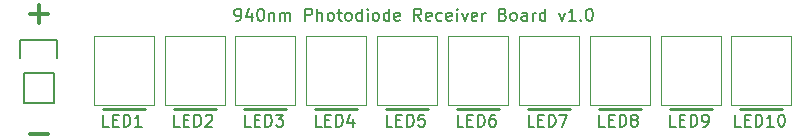
<source format=gto>
%TF.GenerationSoftware,KiCad,Pcbnew,4.0.5-e0-6337~49~ubuntu16.04.1*%
%TF.CreationDate,2017-08-14T14:23:48-07:00*%
%TF.ProjectId,mcphail-photodiode-detector-board,6D63706861696C2D70686F746F64696F,1.0*%
%TF.FileFunction,Legend,Top*%
%FSLAX46Y46*%
G04 Gerber Fmt 4.6, Leading zero omitted, Abs format (unit mm)*
G04 Created by KiCad (PCBNEW 4.0.5-e0-6337~49~ubuntu16.04.1) date Mon Aug 14 14:23:48 2017*
%MOMM*%
%LPD*%
G01*
G04 APERTURE LIST*
%ADD10C,0.350000*%
%ADD11C,0.152400*%
%ADD12C,0.300000*%
%ADD13C,0.150000*%
%ADD14C,0.049784*%
%ADD15C,0.250000*%
%ADD16R,2.184400X2.184400*%
%ADD17O,2.184400X2.184400*%
%ADD18R,4.702400X0.902400*%
G04 APERTURE END LIST*
D10*
D11*
X55388935Y-92788619D02*
X55582459Y-92788619D01*
X55679220Y-92740238D01*
X55727601Y-92691857D01*
X55824363Y-92546714D01*
X55872744Y-92353190D01*
X55872744Y-91966143D01*
X55824363Y-91869381D01*
X55775982Y-91821000D01*
X55679220Y-91772619D01*
X55485697Y-91772619D01*
X55388935Y-91821000D01*
X55340554Y-91869381D01*
X55292173Y-91966143D01*
X55292173Y-92208048D01*
X55340554Y-92304810D01*
X55388935Y-92353190D01*
X55485697Y-92401571D01*
X55679220Y-92401571D01*
X55775982Y-92353190D01*
X55824363Y-92304810D01*
X55872744Y-92208048D01*
X56743601Y-92111286D02*
X56743601Y-92788619D01*
X56501697Y-91724238D02*
X56259792Y-92449952D01*
X56888744Y-92449952D01*
X57469316Y-91772619D02*
X57566077Y-91772619D01*
X57662839Y-91821000D01*
X57711220Y-91869381D01*
X57759601Y-91966143D01*
X57807982Y-92159667D01*
X57807982Y-92401571D01*
X57759601Y-92595095D01*
X57711220Y-92691857D01*
X57662839Y-92740238D01*
X57566077Y-92788619D01*
X57469316Y-92788619D01*
X57372554Y-92740238D01*
X57324173Y-92691857D01*
X57275792Y-92595095D01*
X57227411Y-92401571D01*
X57227411Y-92159667D01*
X57275792Y-91966143D01*
X57324173Y-91869381D01*
X57372554Y-91821000D01*
X57469316Y-91772619D01*
X58243411Y-92111286D02*
X58243411Y-92788619D01*
X58243411Y-92208048D02*
X58291792Y-92159667D01*
X58388554Y-92111286D01*
X58533696Y-92111286D01*
X58630458Y-92159667D01*
X58678839Y-92256429D01*
X58678839Y-92788619D01*
X59162649Y-92788619D02*
X59162649Y-92111286D01*
X59162649Y-92208048D02*
X59211030Y-92159667D01*
X59307792Y-92111286D01*
X59452934Y-92111286D01*
X59549696Y-92159667D01*
X59598077Y-92256429D01*
X59598077Y-92788619D01*
X59598077Y-92256429D02*
X59646458Y-92159667D01*
X59743220Y-92111286D01*
X59888363Y-92111286D01*
X59985125Y-92159667D01*
X60033506Y-92256429D01*
X60033506Y-92788619D01*
X61291411Y-92788619D02*
X61291411Y-91772619D01*
X61678458Y-91772619D01*
X61775220Y-91821000D01*
X61823601Y-91869381D01*
X61871982Y-91966143D01*
X61871982Y-92111286D01*
X61823601Y-92208048D01*
X61775220Y-92256429D01*
X61678458Y-92304810D01*
X61291411Y-92304810D01*
X62307411Y-92788619D02*
X62307411Y-91772619D01*
X62742839Y-92788619D02*
X62742839Y-92256429D01*
X62694458Y-92159667D01*
X62597696Y-92111286D01*
X62452554Y-92111286D01*
X62355792Y-92159667D01*
X62307411Y-92208048D01*
X63371792Y-92788619D02*
X63275030Y-92740238D01*
X63226649Y-92691857D01*
X63178268Y-92595095D01*
X63178268Y-92304810D01*
X63226649Y-92208048D01*
X63275030Y-92159667D01*
X63371792Y-92111286D01*
X63516934Y-92111286D01*
X63613696Y-92159667D01*
X63662077Y-92208048D01*
X63710458Y-92304810D01*
X63710458Y-92595095D01*
X63662077Y-92691857D01*
X63613696Y-92740238D01*
X63516934Y-92788619D01*
X63371792Y-92788619D01*
X64000744Y-92111286D02*
X64387792Y-92111286D01*
X64145887Y-91772619D02*
X64145887Y-92643476D01*
X64194268Y-92740238D01*
X64291030Y-92788619D01*
X64387792Y-92788619D01*
X64871601Y-92788619D02*
X64774839Y-92740238D01*
X64726458Y-92691857D01*
X64678077Y-92595095D01*
X64678077Y-92304810D01*
X64726458Y-92208048D01*
X64774839Y-92159667D01*
X64871601Y-92111286D01*
X65016743Y-92111286D01*
X65113505Y-92159667D01*
X65161886Y-92208048D01*
X65210267Y-92304810D01*
X65210267Y-92595095D01*
X65161886Y-92691857D01*
X65113505Y-92740238D01*
X65016743Y-92788619D01*
X64871601Y-92788619D01*
X66081124Y-92788619D02*
X66081124Y-91772619D01*
X66081124Y-92740238D02*
X65984362Y-92788619D01*
X65790839Y-92788619D01*
X65694077Y-92740238D01*
X65645696Y-92691857D01*
X65597315Y-92595095D01*
X65597315Y-92304810D01*
X65645696Y-92208048D01*
X65694077Y-92159667D01*
X65790839Y-92111286D01*
X65984362Y-92111286D01*
X66081124Y-92159667D01*
X66564934Y-92788619D02*
X66564934Y-92111286D01*
X66564934Y-91772619D02*
X66516553Y-91821000D01*
X66564934Y-91869381D01*
X66613315Y-91821000D01*
X66564934Y-91772619D01*
X66564934Y-91869381D01*
X67193887Y-92788619D02*
X67097125Y-92740238D01*
X67048744Y-92691857D01*
X67000363Y-92595095D01*
X67000363Y-92304810D01*
X67048744Y-92208048D01*
X67097125Y-92159667D01*
X67193887Y-92111286D01*
X67339029Y-92111286D01*
X67435791Y-92159667D01*
X67484172Y-92208048D01*
X67532553Y-92304810D01*
X67532553Y-92595095D01*
X67484172Y-92691857D01*
X67435791Y-92740238D01*
X67339029Y-92788619D01*
X67193887Y-92788619D01*
X68403410Y-92788619D02*
X68403410Y-91772619D01*
X68403410Y-92740238D02*
X68306648Y-92788619D01*
X68113125Y-92788619D01*
X68016363Y-92740238D01*
X67967982Y-92691857D01*
X67919601Y-92595095D01*
X67919601Y-92304810D01*
X67967982Y-92208048D01*
X68016363Y-92159667D01*
X68113125Y-92111286D01*
X68306648Y-92111286D01*
X68403410Y-92159667D01*
X69274267Y-92740238D02*
X69177505Y-92788619D01*
X68983982Y-92788619D01*
X68887220Y-92740238D01*
X68838839Y-92643476D01*
X68838839Y-92256429D01*
X68887220Y-92159667D01*
X68983982Y-92111286D01*
X69177505Y-92111286D01*
X69274267Y-92159667D01*
X69322648Y-92256429D01*
X69322648Y-92353190D01*
X68838839Y-92449952D01*
X71112743Y-92788619D02*
X70774077Y-92304810D01*
X70532172Y-92788619D02*
X70532172Y-91772619D01*
X70919219Y-91772619D01*
X71015981Y-91821000D01*
X71064362Y-91869381D01*
X71112743Y-91966143D01*
X71112743Y-92111286D01*
X71064362Y-92208048D01*
X71015981Y-92256429D01*
X70919219Y-92304810D01*
X70532172Y-92304810D01*
X71935219Y-92740238D02*
X71838457Y-92788619D01*
X71644934Y-92788619D01*
X71548172Y-92740238D01*
X71499791Y-92643476D01*
X71499791Y-92256429D01*
X71548172Y-92159667D01*
X71644934Y-92111286D01*
X71838457Y-92111286D01*
X71935219Y-92159667D01*
X71983600Y-92256429D01*
X71983600Y-92353190D01*
X71499791Y-92449952D01*
X72854457Y-92740238D02*
X72757695Y-92788619D01*
X72564172Y-92788619D01*
X72467410Y-92740238D01*
X72419029Y-92691857D01*
X72370648Y-92595095D01*
X72370648Y-92304810D01*
X72419029Y-92208048D01*
X72467410Y-92159667D01*
X72564172Y-92111286D01*
X72757695Y-92111286D01*
X72854457Y-92159667D01*
X73676933Y-92740238D02*
X73580171Y-92788619D01*
X73386648Y-92788619D01*
X73289886Y-92740238D01*
X73241505Y-92643476D01*
X73241505Y-92256429D01*
X73289886Y-92159667D01*
X73386648Y-92111286D01*
X73580171Y-92111286D01*
X73676933Y-92159667D01*
X73725314Y-92256429D01*
X73725314Y-92353190D01*
X73241505Y-92449952D01*
X74160743Y-92788619D02*
X74160743Y-92111286D01*
X74160743Y-91772619D02*
X74112362Y-91821000D01*
X74160743Y-91869381D01*
X74209124Y-91821000D01*
X74160743Y-91772619D01*
X74160743Y-91869381D01*
X74547791Y-92111286D02*
X74789696Y-92788619D01*
X75031600Y-92111286D01*
X75805695Y-92740238D02*
X75708933Y-92788619D01*
X75515410Y-92788619D01*
X75418648Y-92740238D01*
X75370267Y-92643476D01*
X75370267Y-92256429D01*
X75418648Y-92159667D01*
X75515410Y-92111286D01*
X75708933Y-92111286D01*
X75805695Y-92159667D01*
X75854076Y-92256429D01*
X75854076Y-92353190D01*
X75370267Y-92449952D01*
X76289505Y-92788619D02*
X76289505Y-92111286D01*
X76289505Y-92304810D02*
X76337886Y-92208048D01*
X76386267Y-92159667D01*
X76483029Y-92111286D01*
X76579790Y-92111286D01*
X78031218Y-92256429D02*
X78176361Y-92304810D01*
X78224742Y-92353190D01*
X78273123Y-92449952D01*
X78273123Y-92595095D01*
X78224742Y-92691857D01*
X78176361Y-92740238D01*
X78079599Y-92788619D01*
X77692552Y-92788619D01*
X77692552Y-91772619D01*
X78031218Y-91772619D01*
X78127980Y-91821000D01*
X78176361Y-91869381D01*
X78224742Y-91966143D01*
X78224742Y-92062905D01*
X78176361Y-92159667D01*
X78127980Y-92208048D01*
X78031218Y-92256429D01*
X77692552Y-92256429D01*
X78853695Y-92788619D02*
X78756933Y-92740238D01*
X78708552Y-92691857D01*
X78660171Y-92595095D01*
X78660171Y-92304810D01*
X78708552Y-92208048D01*
X78756933Y-92159667D01*
X78853695Y-92111286D01*
X78998837Y-92111286D01*
X79095599Y-92159667D01*
X79143980Y-92208048D01*
X79192361Y-92304810D01*
X79192361Y-92595095D01*
X79143980Y-92691857D01*
X79095599Y-92740238D01*
X78998837Y-92788619D01*
X78853695Y-92788619D01*
X80063218Y-92788619D02*
X80063218Y-92256429D01*
X80014837Y-92159667D01*
X79918075Y-92111286D01*
X79724552Y-92111286D01*
X79627790Y-92159667D01*
X80063218Y-92740238D02*
X79966456Y-92788619D01*
X79724552Y-92788619D01*
X79627790Y-92740238D01*
X79579409Y-92643476D01*
X79579409Y-92546714D01*
X79627790Y-92449952D01*
X79724552Y-92401571D01*
X79966456Y-92401571D01*
X80063218Y-92353190D01*
X80547028Y-92788619D02*
X80547028Y-92111286D01*
X80547028Y-92304810D02*
X80595409Y-92208048D01*
X80643790Y-92159667D01*
X80740552Y-92111286D01*
X80837313Y-92111286D01*
X81611408Y-92788619D02*
X81611408Y-91772619D01*
X81611408Y-92740238D02*
X81514646Y-92788619D01*
X81321123Y-92788619D01*
X81224361Y-92740238D01*
X81175980Y-92691857D01*
X81127599Y-92595095D01*
X81127599Y-92304810D01*
X81175980Y-92208048D01*
X81224361Y-92159667D01*
X81321123Y-92111286D01*
X81514646Y-92111286D01*
X81611408Y-92159667D01*
X82772551Y-92111286D02*
X83014456Y-92788619D01*
X83256360Y-92111286D01*
X84175598Y-92788619D02*
X83595027Y-92788619D01*
X83885313Y-92788619D02*
X83885313Y-91772619D01*
X83788551Y-91917762D01*
X83691789Y-92014524D01*
X83595027Y-92062905D01*
X84611027Y-92691857D02*
X84659408Y-92740238D01*
X84611027Y-92788619D01*
X84562646Y-92740238D01*
X84611027Y-92691857D01*
X84611027Y-92788619D01*
X85288361Y-91772619D02*
X85385122Y-91772619D01*
X85481884Y-91821000D01*
X85530265Y-91869381D01*
X85578646Y-91966143D01*
X85627027Y-92159667D01*
X85627027Y-92401571D01*
X85578646Y-92595095D01*
X85530265Y-92691857D01*
X85481884Y-92740238D01*
X85385122Y-92788619D01*
X85288361Y-92788619D01*
X85191599Y-92740238D01*
X85143218Y-92691857D01*
X85094837Y-92595095D01*
X85046456Y-92401571D01*
X85046456Y-92159667D01*
X85094837Y-91966143D01*
X85143218Y-91869381D01*
X85191599Y-91821000D01*
X85288361Y-91772619D01*
D12*
X37947695Y-92217857D02*
X39471505Y-92217857D01*
X38709600Y-92979762D02*
X38709600Y-91455952D01*
X37947695Y-102377857D02*
X39471505Y-102377857D01*
D13*
X39979600Y-97255000D02*
X39979600Y-99795000D01*
X40259600Y-94435000D02*
X40259600Y-95985000D01*
X39979600Y-97255000D02*
X37439600Y-97255000D01*
X37159600Y-95985000D02*
X37159600Y-94435000D01*
X37159600Y-94435000D02*
X40259600Y-94435000D01*
X37439600Y-97255000D02*
X37439600Y-99795000D01*
X37439600Y-99795000D02*
X39979600Y-99795000D01*
D14*
X102459600Y-99906000D02*
X102459600Y-94064000D01*
X97379600Y-99906000D02*
X102459600Y-99906000D01*
X97379600Y-94064000D02*
X97379600Y-99906000D01*
X102459600Y-94064000D02*
X97379600Y-94064000D01*
D15*
X101697600Y-100287000D02*
X98141600Y-100287000D01*
D14*
X96459600Y-99906000D02*
X96459600Y-94064000D01*
X91379600Y-99906000D02*
X96459600Y-99906000D01*
X91379600Y-94064000D02*
X91379600Y-99906000D01*
X96459600Y-94064000D02*
X91379600Y-94064000D01*
D15*
X95697600Y-100287000D02*
X92141600Y-100287000D01*
D14*
X90459600Y-99906000D02*
X90459600Y-94064000D01*
X85379600Y-99906000D02*
X90459600Y-99906000D01*
X85379600Y-94064000D02*
X85379600Y-99906000D01*
X90459600Y-94064000D02*
X85379600Y-94064000D01*
D15*
X89697600Y-100287000D02*
X86141600Y-100287000D01*
D14*
X84459600Y-99906000D02*
X84459600Y-94064000D01*
X79379600Y-99906000D02*
X84459600Y-99906000D01*
X79379600Y-94064000D02*
X79379600Y-99906000D01*
X84459600Y-94064000D02*
X79379600Y-94064000D01*
D15*
X83697600Y-100287000D02*
X80141600Y-100287000D01*
D14*
X78459600Y-99906000D02*
X78459600Y-94064000D01*
X73379600Y-99906000D02*
X78459600Y-99906000D01*
X73379600Y-94064000D02*
X73379600Y-99906000D01*
X78459600Y-94064000D02*
X73379600Y-94064000D01*
D15*
X77697600Y-100287000D02*
X74141600Y-100287000D01*
D14*
X72459600Y-99906000D02*
X72459600Y-94064000D01*
X67379600Y-99906000D02*
X72459600Y-99906000D01*
X67379600Y-94064000D02*
X67379600Y-99906000D01*
X72459600Y-94064000D02*
X67379600Y-94064000D01*
D15*
X71697600Y-100287000D02*
X68141600Y-100287000D01*
D14*
X66459600Y-99906000D02*
X66459600Y-94064000D01*
X61379600Y-99906000D02*
X66459600Y-99906000D01*
X61379600Y-94064000D02*
X61379600Y-99906000D01*
X66459600Y-94064000D02*
X61379600Y-94064000D01*
D15*
X65697600Y-100287000D02*
X62141600Y-100287000D01*
D14*
X60459600Y-99906000D02*
X60459600Y-94064000D01*
X55379600Y-99906000D02*
X60459600Y-99906000D01*
X55379600Y-94064000D02*
X55379600Y-99906000D01*
X60459600Y-94064000D02*
X55379600Y-94064000D01*
D15*
X59697600Y-100287000D02*
X56141600Y-100287000D01*
D14*
X54459600Y-99906000D02*
X54459600Y-94064000D01*
X49379600Y-99906000D02*
X54459600Y-99906000D01*
X49379600Y-94064000D02*
X49379600Y-99906000D01*
X54459600Y-94064000D02*
X49379600Y-94064000D01*
D15*
X53697600Y-100287000D02*
X50141600Y-100287000D01*
D14*
X48459600Y-99906000D02*
X48459600Y-94064000D01*
X43379600Y-99906000D02*
X48459600Y-99906000D01*
X43379600Y-94064000D02*
X43379600Y-99906000D01*
X48459600Y-94064000D02*
X43379600Y-94064000D01*
D15*
X47697600Y-100287000D02*
X44141600Y-100287000D01*
D13*
X98197362Y-101755381D02*
X97721171Y-101755381D01*
X97721171Y-100755381D01*
X98530695Y-101231571D02*
X98864029Y-101231571D01*
X99006886Y-101755381D02*
X98530695Y-101755381D01*
X98530695Y-100755381D01*
X99006886Y-100755381D01*
X99435457Y-101755381D02*
X99435457Y-100755381D01*
X99673552Y-100755381D01*
X99816410Y-100803000D01*
X99911648Y-100898238D01*
X99959267Y-100993476D01*
X100006886Y-101183952D01*
X100006886Y-101326810D01*
X99959267Y-101517286D01*
X99911648Y-101612524D01*
X99816410Y-101707762D01*
X99673552Y-101755381D01*
X99435457Y-101755381D01*
X100959267Y-101755381D02*
X100387838Y-101755381D01*
X100673552Y-101755381D02*
X100673552Y-100755381D01*
X100578314Y-100898238D01*
X100483076Y-100993476D01*
X100387838Y-101041095D01*
X101578314Y-100755381D02*
X101673553Y-100755381D01*
X101768791Y-100803000D01*
X101816410Y-100850619D01*
X101864029Y-100945857D01*
X101911648Y-101136333D01*
X101911648Y-101374429D01*
X101864029Y-101564905D01*
X101816410Y-101660143D01*
X101768791Y-101707762D01*
X101673553Y-101755381D01*
X101578314Y-101755381D01*
X101483076Y-101707762D01*
X101435457Y-101660143D01*
X101387838Y-101564905D01*
X101340219Y-101374429D01*
X101340219Y-101136333D01*
X101387838Y-100945857D01*
X101435457Y-100850619D01*
X101483076Y-100803000D01*
X101578314Y-100755381D01*
X92673553Y-101755381D02*
X92197362Y-101755381D01*
X92197362Y-100755381D01*
X93006886Y-101231571D02*
X93340220Y-101231571D01*
X93483077Y-101755381D02*
X93006886Y-101755381D01*
X93006886Y-100755381D01*
X93483077Y-100755381D01*
X93911648Y-101755381D02*
X93911648Y-100755381D01*
X94149743Y-100755381D01*
X94292601Y-100803000D01*
X94387839Y-100898238D01*
X94435458Y-100993476D01*
X94483077Y-101183952D01*
X94483077Y-101326810D01*
X94435458Y-101517286D01*
X94387839Y-101612524D01*
X94292601Y-101707762D01*
X94149743Y-101755381D01*
X93911648Y-101755381D01*
X94959267Y-101755381D02*
X95149743Y-101755381D01*
X95244982Y-101707762D01*
X95292601Y-101660143D01*
X95387839Y-101517286D01*
X95435458Y-101326810D01*
X95435458Y-100945857D01*
X95387839Y-100850619D01*
X95340220Y-100803000D01*
X95244982Y-100755381D01*
X95054505Y-100755381D01*
X94959267Y-100803000D01*
X94911648Y-100850619D01*
X94864029Y-100945857D01*
X94864029Y-101183952D01*
X94911648Y-101279190D01*
X94959267Y-101326810D01*
X95054505Y-101374429D01*
X95244982Y-101374429D01*
X95340220Y-101326810D01*
X95387839Y-101279190D01*
X95435458Y-101183952D01*
X86673553Y-101755381D02*
X86197362Y-101755381D01*
X86197362Y-100755381D01*
X87006886Y-101231571D02*
X87340220Y-101231571D01*
X87483077Y-101755381D02*
X87006886Y-101755381D01*
X87006886Y-100755381D01*
X87483077Y-100755381D01*
X87911648Y-101755381D02*
X87911648Y-100755381D01*
X88149743Y-100755381D01*
X88292601Y-100803000D01*
X88387839Y-100898238D01*
X88435458Y-100993476D01*
X88483077Y-101183952D01*
X88483077Y-101326810D01*
X88435458Y-101517286D01*
X88387839Y-101612524D01*
X88292601Y-101707762D01*
X88149743Y-101755381D01*
X87911648Y-101755381D01*
X89054505Y-101183952D02*
X88959267Y-101136333D01*
X88911648Y-101088714D01*
X88864029Y-100993476D01*
X88864029Y-100945857D01*
X88911648Y-100850619D01*
X88959267Y-100803000D01*
X89054505Y-100755381D01*
X89244982Y-100755381D01*
X89340220Y-100803000D01*
X89387839Y-100850619D01*
X89435458Y-100945857D01*
X89435458Y-100993476D01*
X89387839Y-101088714D01*
X89340220Y-101136333D01*
X89244982Y-101183952D01*
X89054505Y-101183952D01*
X88959267Y-101231571D01*
X88911648Y-101279190D01*
X88864029Y-101374429D01*
X88864029Y-101564905D01*
X88911648Y-101660143D01*
X88959267Y-101707762D01*
X89054505Y-101755381D01*
X89244982Y-101755381D01*
X89340220Y-101707762D01*
X89387839Y-101660143D01*
X89435458Y-101564905D01*
X89435458Y-101374429D01*
X89387839Y-101279190D01*
X89340220Y-101231571D01*
X89244982Y-101183952D01*
X80673553Y-101755381D02*
X80197362Y-101755381D01*
X80197362Y-100755381D01*
X81006886Y-101231571D02*
X81340220Y-101231571D01*
X81483077Y-101755381D02*
X81006886Y-101755381D01*
X81006886Y-100755381D01*
X81483077Y-100755381D01*
X81911648Y-101755381D02*
X81911648Y-100755381D01*
X82149743Y-100755381D01*
X82292601Y-100803000D01*
X82387839Y-100898238D01*
X82435458Y-100993476D01*
X82483077Y-101183952D01*
X82483077Y-101326810D01*
X82435458Y-101517286D01*
X82387839Y-101612524D01*
X82292601Y-101707762D01*
X82149743Y-101755381D01*
X81911648Y-101755381D01*
X82816410Y-100755381D02*
X83483077Y-100755381D01*
X83054505Y-101755381D01*
X74673553Y-101755381D02*
X74197362Y-101755381D01*
X74197362Y-100755381D01*
X75006886Y-101231571D02*
X75340220Y-101231571D01*
X75483077Y-101755381D02*
X75006886Y-101755381D01*
X75006886Y-100755381D01*
X75483077Y-100755381D01*
X75911648Y-101755381D02*
X75911648Y-100755381D01*
X76149743Y-100755381D01*
X76292601Y-100803000D01*
X76387839Y-100898238D01*
X76435458Y-100993476D01*
X76483077Y-101183952D01*
X76483077Y-101326810D01*
X76435458Y-101517286D01*
X76387839Y-101612524D01*
X76292601Y-101707762D01*
X76149743Y-101755381D01*
X75911648Y-101755381D01*
X77340220Y-100755381D02*
X77149743Y-100755381D01*
X77054505Y-100803000D01*
X77006886Y-100850619D01*
X76911648Y-100993476D01*
X76864029Y-101183952D01*
X76864029Y-101564905D01*
X76911648Y-101660143D01*
X76959267Y-101707762D01*
X77054505Y-101755381D01*
X77244982Y-101755381D01*
X77340220Y-101707762D01*
X77387839Y-101660143D01*
X77435458Y-101564905D01*
X77435458Y-101326810D01*
X77387839Y-101231571D01*
X77340220Y-101183952D01*
X77244982Y-101136333D01*
X77054505Y-101136333D01*
X76959267Y-101183952D01*
X76911648Y-101231571D01*
X76864029Y-101326810D01*
X68673553Y-101755381D02*
X68197362Y-101755381D01*
X68197362Y-100755381D01*
X69006886Y-101231571D02*
X69340220Y-101231571D01*
X69483077Y-101755381D02*
X69006886Y-101755381D01*
X69006886Y-100755381D01*
X69483077Y-100755381D01*
X69911648Y-101755381D02*
X69911648Y-100755381D01*
X70149743Y-100755381D01*
X70292601Y-100803000D01*
X70387839Y-100898238D01*
X70435458Y-100993476D01*
X70483077Y-101183952D01*
X70483077Y-101326810D01*
X70435458Y-101517286D01*
X70387839Y-101612524D01*
X70292601Y-101707762D01*
X70149743Y-101755381D01*
X69911648Y-101755381D01*
X71387839Y-100755381D02*
X70911648Y-100755381D01*
X70864029Y-101231571D01*
X70911648Y-101183952D01*
X71006886Y-101136333D01*
X71244982Y-101136333D01*
X71340220Y-101183952D01*
X71387839Y-101231571D01*
X71435458Y-101326810D01*
X71435458Y-101564905D01*
X71387839Y-101660143D01*
X71340220Y-101707762D01*
X71244982Y-101755381D01*
X71006886Y-101755381D01*
X70911648Y-101707762D01*
X70864029Y-101660143D01*
X62673553Y-101755381D02*
X62197362Y-101755381D01*
X62197362Y-100755381D01*
X63006886Y-101231571D02*
X63340220Y-101231571D01*
X63483077Y-101755381D02*
X63006886Y-101755381D01*
X63006886Y-100755381D01*
X63483077Y-100755381D01*
X63911648Y-101755381D02*
X63911648Y-100755381D01*
X64149743Y-100755381D01*
X64292601Y-100803000D01*
X64387839Y-100898238D01*
X64435458Y-100993476D01*
X64483077Y-101183952D01*
X64483077Y-101326810D01*
X64435458Y-101517286D01*
X64387839Y-101612524D01*
X64292601Y-101707762D01*
X64149743Y-101755381D01*
X63911648Y-101755381D01*
X65340220Y-101088714D02*
X65340220Y-101755381D01*
X65102124Y-100707762D02*
X64864029Y-101422048D01*
X65483077Y-101422048D01*
X56673553Y-101755381D02*
X56197362Y-101755381D01*
X56197362Y-100755381D01*
X57006886Y-101231571D02*
X57340220Y-101231571D01*
X57483077Y-101755381D02*
X57006886Y-101755381D01*
X57006886Y-100755381D01*
X57483077Y-100755381D01*
X57911648Y-101755381D02*
X57911648Y-100755381D01*
X58149743Y-100755381D01*
X58292601Y-100803000D01*
X58387839Y-100898238D01*
X58435458Y-100993476D01*
X58483077Y-101183952D01*
X58483077Y-101326810D01*
X58435458Y-101517286D01*
X58387839Y-101612524D01*
X58292601Y-101707762D01*
X58149743Y-101755381D01*
X57911648Y-101755381D01*
X58816410Y-100755381D02*
X59435458Y-100755381D01*
X59102124Y-101136333D01*
X59244982Y-101136333D01*
X59340220Y-101183952D01*
X59387839Y-101231571D01*
X59435458Y-101326810D01*
X59435458Y-101564905D01*
X59387839Y-101660143D01*
X59340220Y-101707762D01*
X59244982Y-101755381D01*
X58959267Y-101755381D01*
X58864029Y-101707762D01*
X58816410Y-101660143D01*
X50673553Y-101755381D02*
X50197362Y-101755381D01*
X50197362Y-100755381D01*
X51006886Y-101231571D02*
X51340220Y-101231571D01*
X51483077Y-101755381D02*
X51006886Y-101755381D01*
X51006886Y-100755381D01*
X51483077Y-100755381D01*
X51911648Y-101755381D02*
X51911648Y-100755381D01*
X52149743Y-100755381D01*
X52292601Y-100803000D01*
X52387839Y-100898238D01*
X52435458Y-100993476D01*
X52483077Y-101183952D01*
X52483077Y-101326810D01*
X52435458Y-101517286D01*
X52387839Y-101612524D01*
X52292601Y-101707762D01*
X52149743Y-101755381D01*
X51911648Y-101755381D01*
X52864029Y-100850619D02*
X52911648Y-100803000D01*
X53006886Y-100755381D01*
X53244982Y-100755381D01*
X53340220Y-100803000D01*
X53387839Y-100850619D01*
X53435458Y-100945857D01*
X53435458Y-101041095D01*
X53387839Y-101183952D01*
X52816410Y-101755381D01*
X53435458Y-101755381D01*
X44673553Y-101755381D02*
X44197362Y-101755381D01*
X44197362Y-100755381D01*
X45006886Y-101231571D02*
X45340220Y-101231571D01*
X45483077Y-101755381D02*
X45006886Y-101755381D01*
X45006886Y-100755381D01*
X45483077Y-100755381D01*
X45911648Y-101755381D02*
X45911648Y-100755381D01*
X46149743Y-100755381D01*
X46292601Y-100803000D01*
X46387839Y-100898238D01*
X46435458Y-100993476D01*
X46483077Y-101183952D01*
X46483077Y-101326810D01*
X46435458Y-101517286D01*
X46387839Y-101612524D01*
X46292601Y-101707762D01*
X46149743Y-101755381D01*
X45911648Y-101755381D01*
X47435458Y-101755381D02*
X46864029Y-101755381D01*
X47149743Y-101755381D02*
X47149743Y-100755381D01*
X47054505Y-100898238D01*
X46959267Y-100993476D01*
X46864029Y-101041095D01*
%LPC*%
D16*
X38709600Y-95985000D03*
D17*
X38709600Y-98525000D03*
D18*
X99919600Y-94710000D03*
X99919600Y-99260000D03*
X93919600Y-94710000D03*
X93919600Y-99260000D03*
X87919600Y-94710000D03*
X87919600Y-99260000D03*
X81919600Y-94710000D03*
X81919600Y-99260000D03*
X75919600Y-94710000D03*
X75919600Y-99260000D03*
X69919600Y-94710000D03*
X69919600Y-99260000D03*
X63919600Y-94710000D03*
X63919600Y-99260000D03*
X57919600Y-94710000D03*
X57919600Y-99260000D03*
X51919600Y-94710000D03*
X51919600Y-99260000D03*
X45919600Y-94710000D03*
X45919600Y-99260000D03*
M02*

</source>
